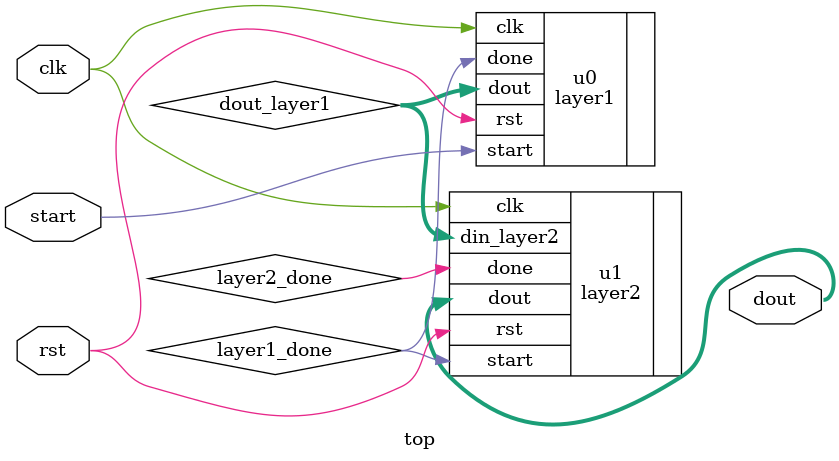
<source format=v>
`timescale 1ns / 1ps


module top(clk, rst, start, dout);

input clk, rst, start;
output [31:0] dout;

wire signed [31:0] dout_layer1;
wire layer1_done, layer2_done;
layer1 u0(.clk(clk), .rst(rst), .start(start), .dout(dout_layer1), .done(layer1_done)); 
layer2 u1(.clk(clk), .rst(rst), .start(layer1_done), .din_layer2(dout_layer1), .dout(dout), .done(layer2_done));
endmodule

</source>
